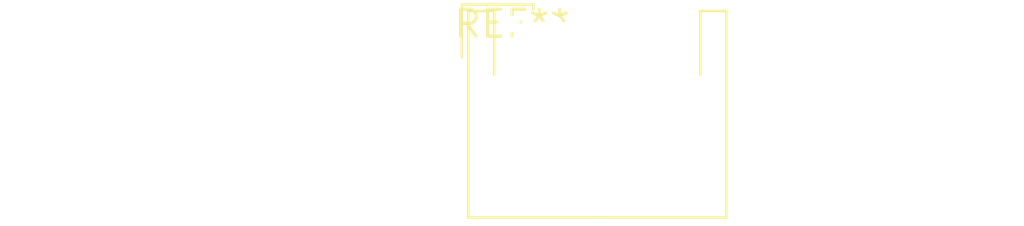
<source format=kicad_pcb>
(kicad_pcb (version 20240108) (generator pcbnew)
  (layers (0 "F.Cu" signal) (31 "B.Cu" signal) (34 "B.Paste" user) (35 "F.Paste" user) (36 "B.SilkS" user "B.Silkscreen") (37 "F.SilkS" user "F.Silkscreen") (38 "B.Mask" user) (39 "F.Mask" user) (44 "Edge.Cuts" user))
  (net 0 "")
  (footprint "JST_PHD_S10B-PHDSS_2x05_P2.00mm_Horizontal" (layer "F.Cu") (at 0 0)
    (property "Reference" "REF**")
    (property "Value" "JST_PHD_S10B-PHDSS_2x05_P2.00mm_Horizontal")
    (fp_line (start -2.36 -0.91) (end -2.36 1.59) (layer "F.SilkS") (stroke (width 0.12)))
    (fp_line (start -2.06 -0.61) (end -2.06 9.11) (layer "F.SilkS") (stroke (width 0.12)))
    (fp_line (start -2.06 9.11) (end 4 9.11) (layer "F.SilkS") (stroke (width 0.12)))
    (fp_line (start -0.84 -0.61) (end -2.06 -0.61) (layer "F.SilkS") (stroke (width 0.12)))
    (fp_line (start -0.84 2.39) (end -0.84 -0.61) (layer "F.SilkS") (stroke (width 0.12)))
    (fp_line (start 1 -0.91) (end -2.36 -0.91) (layer "F.SilkS") (stroke (width 0.12)))
    (fp_line (start 1 -0.66) (end 1 -0.91) (layer "F.SilkS") (stroke (width 0.12)))
    (fp_line (start 8.84 -0.61) (end 10.06 -0.61) (layer "F.SilkS") (stroke (width 0.12)))
    (fp_line (start 8.84 2.39) (end 8.84 -0.61) (layer "F.SilkS") (stroke (width 0.12)))
    (fp_line (start 10.06 -0.61) (end 10.06 9.11) (layer "F.SilkS") (stroke (width 0.12)))
    (fp_line (start 10.06 9.11) (end 4 9.11) (layer "F.SilkS") (stroke (width 0.12)))
    (pad "1" thru_hole roundrect (at 0 0) (size 1.2 1.2) (drill 0.75) (layers *.Cu *.Mask) (remove_unused_layers) (roundrect_rratio 0.208333))
    (pad "2" thru_hole circle (at 0 2) (size 1.2 1.2) (drill 0.75) (layers *.Cu *.Mask) (remove_unused_layers))
    (pad "3" thru_hole circle (at 2 0) (size 1.2 1.2) (drill 0.75) (layers *.Cu *.Mask) (remove_unused_layers))
    (pad "4" thru_hole circle (at 2 2) (size 1.2 1.2) (drill 0.75) (layers *.Cu *.Mask) (remove_unused_layers))
    (pad "5" thru_hole circle (at 4 0) (size 1.2 1.2) (drill 0.75) (layers *.Cu *.Mask) (remove_unused_layers))
    (pad "6" thru_hole circle (at 4 2) (size 1.2 1.2) (drill 0.75) (layers *.Cu *.Mask) (remove_unused_layers))
    (pad "7" thru_hole circle (at 6 0) (size 1.2 1.2) (drill 0.75) (layers *.Cu *.Mask) (remove_unused_layers))
    (pad "8" thru_hole circle (at 6 2) (size 1.2 1.2) (drill 0.75) (layers *.Cu *.Mask) (remove_unused_layers))
    (pad "9" thru_hole circle (at 8 0) (size 1.2 1.2) (drill 0.75) (layers *.Cu *.Mask) (remove_unused_layers))
    (pad "10" thru_hole circle (at 8 2) (size 1.2 1.2) (drill 0.75) (layers *.Cu *.Mask) (remove_unused_layers))
  )
)
</source>
